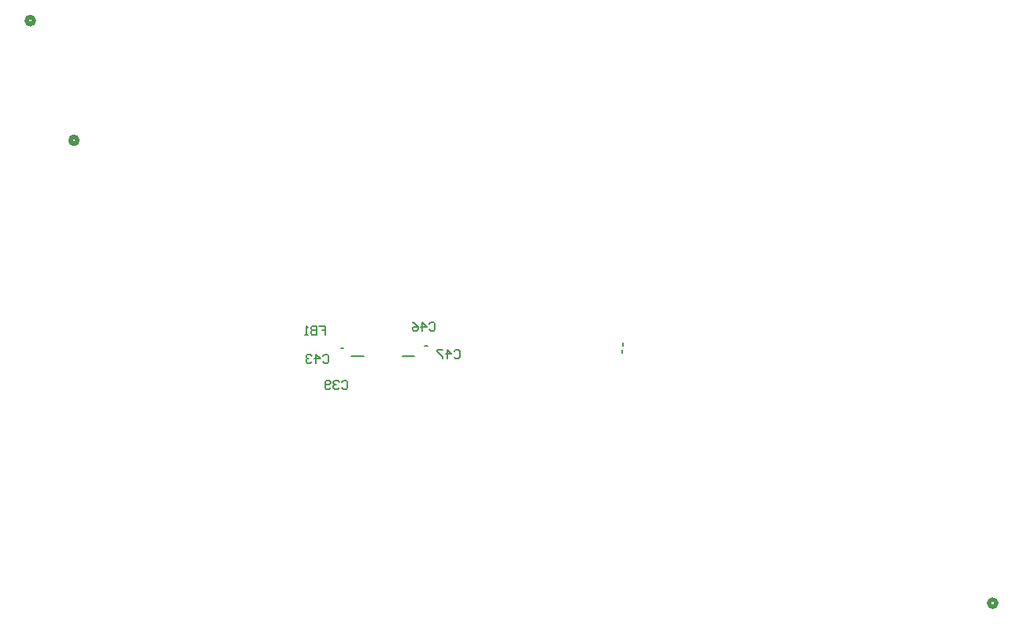
<source format=gbo>
G04*
G04 #@! TF.GenerationSoftware,Altium Limited,Altium Designer,21.0.9 (235)*
G04*
G04 Layer_Color=32896*
%FSLAX25Y25*%
%MOIN*%
G70*
G04*
G04 #@! TF.SameCoordinates,8EEFB658-3B83-45AA-8D32-91A8FF088AA5*
G04*
G04*
G04 #@! TF.FilePolarity,Positive*
G04*
G01*
G75*
%ADD10C,0.02000*%
%ADD13C,0.00600*%
%ADD14C,0.00787*%
D10*
X53000Y257850D02*
G03*
X53000Y257850I-1500J0D01*
G01*
X34500Y308500D02*
G03*
X34500Y308500I-1500J0D01*
G01*
X441850Y62000D02*
G03*
X441850Y62000I-1500J0D01*
G01*
D13*
X212399Y168700D02*
X212999Y169299D01*
X214199D01*
X214798Y168700D01*
Y166300D01*
X214199Y165701D01*
X212999D01*
X212399Y166300D01*
X209400Y165701D02*
Y169299D01*
X211200Y167500D01*
X208800D01*
X207601Y169299D02*
X205202D01*
Y168700D01*
X207601Y166300D01*
Y165701D01*
X155299Y179299D02*
X157699D01*
Y177500D01*
X156499D01*
X157699D01*
Y175701D01*
X154100Y179299D02*
Y175701D01*
X152300D01*
X151701Y176300D01*
Y176900D01*
X152300Y177500D01*
X154100D01*
X152300D01*
X151701Y178100D01*
Y178700D01*
X152300Y179299D01*
X154100D01*
X150501Y175701D02*
X149301D01*
X149901D01*
Y179299D01*
X150501Y178700D01*
X201899Y180200D02*
X202499Y180799D01*
X203699D01*
X204298Y180200D01*
Y177800D01*
X203699Y177201D01*
X202499D01*
X201899Y177800D01*
X198900Y177201D02*
Y180799D01*
X200700Y179000D01*
X198300D01*
X194702Y180799D02*
X195901Y180200D01*
X197101Y179000D01*
Y177800D01*
X196501Y177201D01*
X195301D01*
X194702Y177800D01*
Y178400D01*
X195301Y179000D01*
X197101D01*
X156899Y166700D02*
X157499Y167299D01*
X158699D01*
X159299Y166700D01*
Y164300D01*
X158699Y163701D01*
X157499D01*
X156899Y164300D01*
X153900Y163701D02*
Y167299D01*
X155700Y165500D01*
X153300D01*
X152101Y166700D02*
X151501Y167299D01*
X150301D01*
X149701Y166700D01*
Y166100D01*
X150301Y165500D01*
X150901D01*
X150301D01*
X149701Y164900D01*
Y164300D01*
X150301Y163701D01*
X151501D01*
X152101Y164300D01*
X164899Y155700D02*
X165499Y156299D01*
X166699D01*
X167298Y155700D01*
Y153300D01*
X166699Y152701D01*
X165499D01*
X164899Y153300D01*
X163700Y155700D02*
X163100Y156299D01*
X161900D01*
X161300Y155700D01*
Y155100D01*
X161900Y154500D01*
X162500D01*
X161900D01*
X161300Y153900D01*
Y153300D01*
X161900Y152701D01*
X163100D01*
X163700Y153300D01*
X160101D02*
X159501Y152701D01*
X158301D01*
X157702Y153300D01*
Y155700D01*
X158301Y156299D01*
X159501D01*
X160101Y155700D01*
Y155100D01*
X159501Y154500D01*
X157702D01*
D14*
X168941Y166500D02*
X174059D01*
X283638Y167909D02*
Y169091D01*
X283701Y170909D02*
Y172091D01*
X190441Y166437D02*
X195559D01*
X199909Y170831D02*
X201091D01*
X164409Y169831D02*
X165591D01*
M02*

</source>
